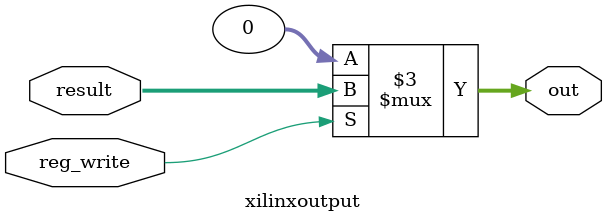
<source format=v>
`timescale 1ns / 1ps
module xilinxoutput(
input reg_write,
input [31:0]  result,

output reg [31:0] out
 );
always@(*)begin
if (reg_write)
	out<= result;
else
	out<= 0;


end
 
 
 


endmodule

</source>
